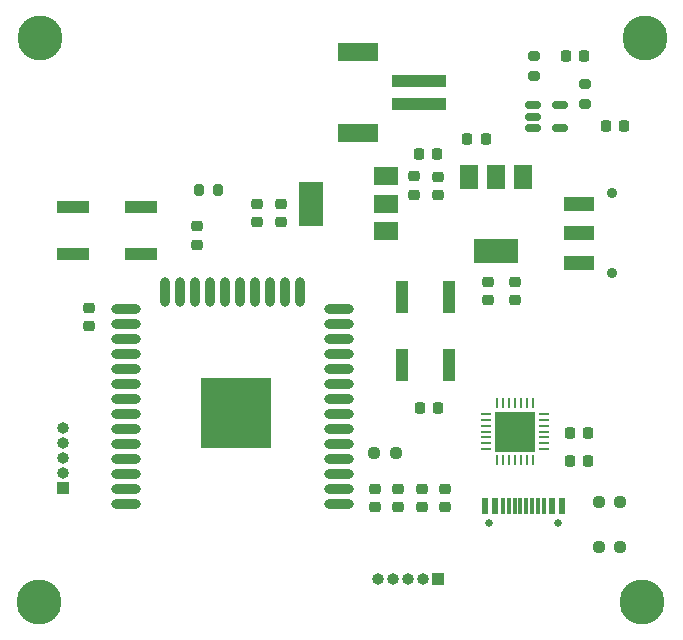
<source format=gts>
%TF.GenerationSoftware,KiCad,Pcbnew,(6.0.8)*%
%TF.CreationDate,2023-02-13T22:42:50-05:00*%
%TF.ProjectId,miura_board,6d697572-615f-4626-9f61-72642e6b6963,rev?*%
%TF.SameCoordinates,Original*%
%TF.FileFunction,Soldermask,Top*%
%TF.FilePolarity,Negative*%
%FSLAX46Y46*%
G04 Gerber Fmt 4.6, Leading zero omitted, Abs format (unit mm)*
G04 Created by KiCad (PCBNEW (6.0.8)) date 2023-02-13 22:42:50*
%MOMM*%
%LPD*%
G01*
G04 APERTURE LIST*
G04 Aperture macros list*
%AMRoundRect*
0 Rectangle with rounded corners*
0 $1 Rounding radius*
0 $2 $3 $4 $5 $6 $7 $8 $9 X,Y pos of 4 corners*
0 Add a 4 corners polygon primitive as box body*
4,1,4,$2,$3,$4,$5,$6,$7,$8,$9,$2,$3,0*
0 Add four circle primitives for the rounded corners*
1,1,$1+$1,$2,$3*
1,1,$1+$1,$4,$5*
1,1,$1+$1,$6,$7*
1,1,$1+$1,$8,$9*
0 Add four rect primitives between the rounded corners*
20,1,$1+$1,$2,$3,$4,$5,0*
20,1,$1+$1,$4,$5,$6,$7,0*
20,1,$1+$1,$6,$7,$8,$9,0*
20,1,$1+$1,$8,$9,$2,$3,0*%
G04 Aperture macros list end*
%ADD10RoundRect,0.225000X-0.250000X0.225000X-0.250000X-0.225000X0.250000X-0.225000X0.250000X0.225000X0*%
%ADD11R,1.500000X2.000000*%
%ADD12R,3.800000X2.000000*%
%ADD13RoundRect,0.200000X0.275000X-0.200000X0.275000X0.200000X-0.275000X0.200000X-0.275000X-0.200000X0*%
%ADD14RoundRect,0.218750X-0.218750X-0.256250X0.218750X-0.256250X0.218750X0.256250X-0.218750X0.256250X0*%
%ADD15R,2.000000X1.500000*%
%ADD16R,2.000000X3.800000*%
%ADD17C,3.800000*%
%ADD18RoundRect,0.062500X0.062500X-0.337500X0.062500X0.337500X-0.062500X0.337500X-0.062500X-0.337500X0*%
%ADD19RoundRect,0.062500X0.337500X-0.062500X0.337500X0.062500X-0.337500X0.062500X-0.337500X-0.062500X0*%
%ADD20R,3.350000X3.350000*%
%ADD21RoundRect,0.225000X0.225000X0.250000X-0.225000X0.250000X-0.225000X-0.250000X0.225000X-0.250000X0*%
%ADD22R,1.000000X1.000000*%
%ADD23O,1.000000X1.000000*%
%ADD24RoundRect,0.225000X-0.225000X-0.250000X0.225000X-0.250000X0.225000X0.250000X-0.225000X0.250000X0*%
%ADD25R,1.000000X2.750000*%
%ADD26O,2.500000X0.900000*%
%ADD27O,0.900000X2.500000*%
%ADD28R,6.000000X6.000000*%
%ADD29RoundRect,0.200000X0.200000X0.275000X-0.200000X0.275000X-0.200000X-0.275000X0.200000X-0.275000X0*%
%ADD30R,4.599940X0.998220*%
%ADD31R,3.398520X1.597660*%
%ADD32RoundRect,0.150000X-0.512500X-0.150000X0.512500X-0.150000X0.512500X0.150000X-0.512500X0.150000X0*%
%ADD33RoundRect,0.237500X0.250000X0.237500X-0.250000X0.237500X-0.250000X-0.237500X0.250000X-0.237500X0*%
%ADD34R,2.750000X1.000000*%
%ADD35C,0.650000*%
%ADD36R,0.600000X1.450000*%
%ADD37R,0.300000X1.450000*%
%ADD38RoundRect,0.237500X-0.250000X-0.237500X0.250000X-0.237500X0.250000X0.237500X-0.250000X0.237500X0*%
%ADD39RoundRect,0.218750X-0.256250X0.218750X-0.256250X-0.218750X0.256250X-0.218750X0.256250X0.218750X0*%
%ADD40C,0.900000*%
%ADD41R,2.500000X1.250000*%
G04 APERTURE END LIST*
D10*
%TO.C,C10*%
X93900000Y-74925000D03*
X93900000Y-76475000D03*
%TD*%
D11*
%TO.C,U2*%
X102460000Y-48550000D03*
X100160000Y-48550000D03*
D12*
X100160000Y-54850000D03*
D11*
X97860000Y-48550000D03*
%TD*%
D10*
%TO.C,C5*%
X99500000Y-57425000D03*
X99500000Y-58975000D03*
%TD*%
D13*
%TO.C,R6*%
X103372500Y-39965000D03*
X103372500Y-38315000D03*
%TD*%
D14*
%TO.C,D1*%
X106085000Y-38340000D03*
X107660000Y-38340000D03*
%TD*%
D15*
%TO.C,U5*%
X90850000Y-53100000D03*
D16*
X84550000Y-50800000D03*
D15*
X90850000Y-50800000D03*
X90850000Y-48500000D03*
%TD*%
D17*
%TO.C,H1*%
X112760000Y-36760000D03*
%TD*%
D13*
%TO.C,R5*%
X107672500Y-42365000D03*
X107672500Y-40715000D03*
%TD*%
D10*
%TO.C,C14*%
X65700000Y-59625000D03*
X65700000Y-61175000D03*
%TD*%
D18*
%TO.C,U3*%
X100280000Y-72550000D03*
X100780000Y-72550000D03*
X101280000Y-72550000D03*
X101780000Y-72550000D03*
X102280000Y-72550000D03*
X102780000Y-72550000D03*
X103280000Y-72550000D03*
D19*
X104230000Y-71600000D03*
X104230000Y-71100000D03*
X104230000Y-70600000D03*
X104230000Y-70100000D03*
X104230000Y-69600000D03*
X104230000Y-69100000D03*
X104230000Y-68600000D03*
D18*
X103280000Y-67650000D03*
X102780000Y-67650000D03*
X102280000Y-67650000D03*
X101780000Y-67650000D03*
X101280000Y-67650000D03*
X100780000Y-67650000D03*
X100280000Y-67650000D03*
D19*
X99330000Y-68600000D03*
X99330000Y-69100000D03*
X99330000Y-69600000D03*
X99330000Y-70100000D03*
X99330000Y-70600000D03*
X99330000Y-71100000D03*
X99330000Y-71600000D03*
D20*
X101780000Y-70100000D03*
%TD*%
D10*
%TO.C,C6*%
X101800000Y-57425000D03*
X101800000Y-58975000D03*
%TD*%
%TO.C,C2*%
X95260000Y-48515000D03*
X95260000Y-50065000D03*
%TD*%
D21*
%TO.C,C4*%
X95215000Y-46570000D03*
X93665000Y-46570000D03*
%TD*%
D22*
%TO.C,J3*%
X95250000Y-82600000D03*
D23*
X93980000Y-82600000D03*
X92710000Y-82600000D03*
X91440000Y-82600000D03*
X90170000Y-82600000D03*
%TD*%
D24*
%TO.C,C7*%
X93725000Y-68100000D03*
X95275000Y-68100000D03*
%TD*%
%TO.C,C19*%
X106425000Y-70200000D03*
X107975000Y-70200000D03*
%TD*%
D25*
%TO.C,S1*%
X92180000Y-64485000D03*
X92180000Y-58735000D03*
X96180000Y-64485000D03*
X96180000Y-58735000D03*
%TD*%
D26*
%TO.C,U1*%
X86890000Y-76270000D03*
X86890000Y-75000000D03*
X86890000Y-73730000D03*
X86890000Y-72460000D03*
X86890000Y-71190000D03*
X86890000Y-69920000D03*
X86890000Y-68650000D03*
X86890000Y-67380000D03*
X86890000Y-66110000D03*
X86890000Y-64840000D03*
X86890000Y-63570000D03*
X86890000Y-62300000D03*
X86890000Y-61030000D03*
X86890000Y-59760000D03*
D27*
X83605000Y-58270000D03*
X82335000Y-58270000D03*
X81065000Y-58270000D03*
X79795000Y-58270000D03*
X78525000Y-58270000D03*
X77255000Y-58270000D03*
X75985000Y-58270000D03*
X74715000Y-58270000D03*
X73445000Y-58270000D03*
X72175000Y-58270000D03*
D26*
X68890000Y-59760000D03*
X68890000Y-61030000D03*
X68890000Y-62300000D03*
X68890000Y-63570000D03*
X68890000Y-64840000D03*
X68890000Y-66110000D03*
X68890000Y-67380000D03*
X68890000Y-68650000D03*
X68890000Y-69920000D03*
X68890000Y-71190000D03*
X68890000Y-72460000D03*
X68890000Y-73730000D03*
X68890000Y-75000000D03*
X68890000Y-76270000D03*
D28*
X78190000Y-68570000D03*
%TD*%
D24*
%TO.C,C18*%
X109497500Y-44240000D03*
X111047500Y-44240000D03*
%TD*%
%TO.C,C20*%
X106425000Y-72600000D03*
X107975000Y-72600000D03*
%TD*%
D10*
%TO.C,C9*%
X82000000Y-50825000D03*
X82000000Y-52375000D03*
%TD*%
D29*
%TO.C,R7*%
X76645000Y-49640000D03*
X74995000Y-49640000D03*
%TD*%
D30*
%TO.C,J6*%
X93698240Y-40401780D03*
X93698240Y-42398220D03*
D31*
X88501400Y-44798520D03*
X88501400Y-38001480D03*
%TD*%
D32*
%TO.C,U4*%
X103335000Y-42490000D03*
X103335000Y-43440000D03*
X103335000Y-44390000D03*
X105610000Y-44390000D03*
X105610000Y-42490000D03*
%TD*%
D33*
%TO.C,R1*%
X91712500Y-71900000D03*
X89887500Y-71900000D03*
%TD*%
D10*
%TO.C,C13*%
X95900000Y-74925000D03*
X95900000Y-76475000D03*
%TD*%
D17*
%TO.C,H3*%
X61460000Y-84530000D03*
%TD*%
D10*
%TO.C,C8*%
X79900000Y-50825000D03*
X79900000Y-52375000D03*
%TD*%
D17*
%TO.C,H2*%
X61540000Y-36810000D03*
%TD*%
%TO.C,H4*%
X112510000Y-84560000D03*
%TD*%
D34*
%TO.C,S2*%
X64345000Y-51070000D03*
X70095000Y-51070000D03*
X64345000Y-55070000D03*
X70095000Y-55070000D03*
%TD*%
D35*
%TO.C,USB1*%
X99610000Y-77835000D03*
X105390000Y-77835000D03*
D36*
X99275000Y-76390000D03*
X100050000Y-76390000D03*
D37*
X100750000Y-76390000D03*
X101250000Y-76390000D03*
X101750000Y-76390000D03*
X102250000Y-76390000D03*
X102750000Y-76390000D03*
X103250000Y-76390000D03*
X103750000Y-76390000D03*
X104250000Y-76390000D03*
D36*
X104950000Y-76390000D03*
X105725000Y-76390000D03*
%TD*%
D38*
%TO.C,R4*%
X108887500Y-76100000D03*
X110712500Y-76100000D03*
%TD*%
D22*
%TO.C,J2*%
X63500000Y-74850000D03*
D23*
X63500000Y-73580000D03*
X63500000Y-72310000D03*
X63500000Y-71040000D03*
X63500000Y-69770000D03*
%TD*%
D39*
%TO.C,D2*%
X74820000Y-52690000D03*
X74820000Y-54265000D03*
%TD*%
D24*
%TO.C,C1*%
X97745000Y-45320000D03*
X99295000Y-45320000D03*
%TD*%
D10*
%TO.C,C12*%
X89900000Y-74925000D03*
X89900000Y-76475000D03*
%TD*%
D40*
%TO.C,SW1*%
X109960000Y-56700000D03*
X109960000Y-49900000D03*
D41*
X107210000Y-55800000D03*
X107210000Y-53300000D03*
X107210000Y-50800000D03*
%TD*%
D10*
%TO.C,C3*%
X93240000Y-48505000D03*
X93240000Y-50055000D03*
%TD*%
D38*
%TO.C,R3*%
X108887500Y-79900000D03*
X110712500Y-79900000D03*
%TD*%
D10*
%TO.C,C11*%
X91900000Y-74925000D03*
X91900000Y-76475000D03*
%TD*%
M02*

</source>
